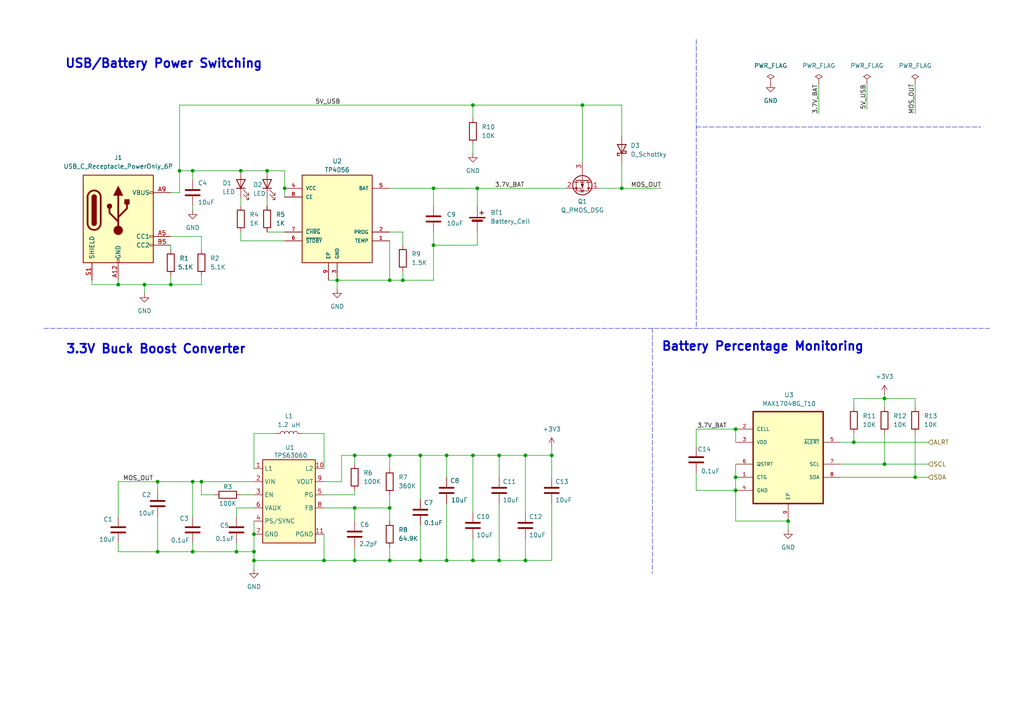
<source format=kicad_sch>
(kicad_sch (version 20231120) (generator "eeschema") (generator_version "8.0")
  (paper "A4")
  (lib_symbols
    (symbol "Connector:USB_C_Receptacle_PowerOnly_6P" (pin_names (offset 1.016))
      (property "Reference" "J" (at 0 16.51 0))
      (property "Value" "USB_C_Receptacle_PowerOnly_6P" (at 0 13.97 0))
      (symbol "USB_C_Receptacle_PowerOnly_6P_0_0"
        (rectangle (start -0.254 -12.7) (end 0.254 -11.684))
        (rectangle (start 10.16 -7.366) (end 9.144 -7.874))
        (rectangle (start 10.16 -4.826) (end 9.144 -5.334))
        (rectangle (start 10.16 7.874) (end 9.144 7.366))
      )
      (symbol "USB_C_Receptacle_PowerOnly_6P_0_1"
        (rectangle (start -10.16 12.7) (end 10.16 -12.7) (stroke (width 0.254)) (fill (type background)))
        (arc (start -8.89 -1.27) (mid -6.985 -3.1667) (end -5.08 -1.27) (stroke (width 0.508)))
        (arc (start -7.62 -1.27) (mid -6.985 -1.9023) (end -6.35 -1.27) (stroke (width 0.254)))
        (arc (start -7.62 -1.27) (mid -6.985 -1.9023) (end -6.35 -1.27) (stroke (width 0.254)) (fill (type outline)))
        (rectangle (start -7.62 -1.27) (end -6.35 6.35) (stroke (width 0.254)) (fill (type outline)))
        (arc (start -6.35 6.35) (mid -6.985 6.9823) (end -7.62 6.35) (stroke (width 0.254)))
        (arc (start -6.35 6.35) (mid -6.985 6.9823) (end -7.62 6.35) (stroke (width 0.254)) (fill (type outline)))
        (arc (start -5.08 6.35) (mid -6.985 8.2467) (end -8.89 6.35) (stroke (width 0.508)))
        (circle (center -2.54 3.683) (radius 0.635) (stroke (width 0.254)) (fill (type outline)))
        (circle (center 0 -3.302) (radius 1.27) (fill (type outline)))
        (polyline (pts (xy -8.89 -1.27) (xy -8.89 6.35)) (stroke (width 0.508)))
        (polyline (pts (xy -5.08 6.35) (xy -5.08 -1.27)) (stroke (width 0.508)))
        (polyline (pts (xy 0 -3.302) (xy 0 6.858)) (stroke (width 0.508)))
        (polyline (pts (xy 0 -0.762) (xy -2.54 1.778) (xy -2.54 3.048)) (stroke (width 0.508)))
        (polyline (pts (xy 0 0.508) (xy 2.54 3.048) (xy 2.54 4.318)) (stroke (width 0.508)))
        (polyline (pts (xy -1.27 6.858) (xy 0 9.398) (xy 1.27 6.858) (xy -1.27 6.858)) (stroke (width 0.254)) (fill (type outline)))
        (rectangle (start 1.905 4.318) (end 3.175 5.588) (stroke (width 0.254)) (fill (type outline)))
      )
      (symbol "USB_C_Receptacle_PowerOnly_6P_1_1"
        (pin passive line (at 0 -17.78 90) (length 5.08) (name "GND") (number "A12"))
        (pin bidirectional line (at 15.24 -5.08 180) (length 5.08) (name "CC1") (number "A5"))
        (pin passive line (at 15.24 7.62 180) (length 5.08) (name "VBUS") (number "A9"))
        (pin passive line (at 0 -17.78 90) (length 5.08) hide (name "GND") (number "B12"))
        (pin bidirectional line (at 15.24 -7.62 180) (length 5.08) (name "CC2") (number "B5"))
        (pin passive line (at 15.24 7.62 180) (length 5.08) hide (name "VBUS") (number "B9"))
        (pin passive line (at -7.62 -17.78 90) (length 5.08) (name "SHIELD") (number "S1"))
      )
    )
    (symbol "Device:Battery_Cell" (pin_numbers hide) (pin_names (offset 0) hide)
      (property "Reference" "BT" (at 2.54 2.54 0))
      (property "Value" "Battery_Cell" (at 2.54 0 0))
      (symbol "Battery_Cell_0_1"
        (rectangle (start -2.286 1.778) (end 2.286 1.524) (fill (type outline)))
        (rectangle (start -1.524 1.016) (end 1.524 0.508) (fill (type outline)))
        (polyline (pts (xy 0 0.762) (xy 0 0)))
        (polyline (pts (xy 0 1.778) (xy 0 2.54)))
        (polyline (pts (xy 0.762 3.048) (xy 1.778 3.048)) (stroke (width 0.254)))
        (polyline (pts (xy 1.27 3.556) (xy 1.27 2.54)) (stroke (width 0.254)))
      )
      (symbol "Battery_Cell_1_1"
        (pin passive line (at 0 5.08 270) (length 2.54) (name "+") (number "1"))
        (pin passive line (at 0 -2.54 90) (length 2.54) (name "-") (number "2"))
      )
    )
    (symbol "Device:C" (pin_numbers hide) (pin_names (offset 0.254))
      (property "Reference" "C" (at 0.635 2.54 0))
      (property "Value" "C" (at 0.635 -2.54 0))
      (symbol "C_0_1"
        (polyline (pts (xy -2.032 -0.762) (xy 2.032 -0.762)) (stroke (width 0.508)))
        (polyline (pts (xy -2.032 0.762) (xy 2.032 0.762)) (stroke (width 0.508)))
      )
      (symbol "C_1_1"
        (pin passive line (at 0 3.81 270) (length 2.794) (name "~") (number "1"))
        (pin passive line (at 0 -3.81 90) (length 2.794) (name "~") (number "2"))
      )
    )
    (symbol "Device:D_Schottky" (pin_numbers hide) (pin_names (offset 1.016) hide)
      (property "Reference" "D" (at 0 2.54 0))
      (property "Value" "D_Schottky" (at 0 -2.54 0))
      (symbol "D_Schottky_0_1"
        (polyline (pts (xy 1.27 0) (xy -1.27 0)))
        (polyline (pts (xy 1.27 1.27) (xy 1.27 -1.27) (xy -1.27 0) (xy 1.27 1.27)) (stroke (width 0.254)))
        (polyline (pts (xy -1.905 0.635) (xy -1.905 1.27) (xy -1.27 1.27) (xy -1.27 -1.27) (xy -0.635 -1.27) (xy -0.635 -0.635)) (stroke (width 0.254)))
      )
      (symbol "D_Schottky_1_1"
        (pin passive line (at -3.81 0 0) (length 2.54) (name "K") (number "1"))
        (pin passive line (at 3.81 0 180) (length 2.54) (name "A") (number "2"))
      )
    )
    (symbol "Device:L" (pin_numbers hide) (pin_names (offset 1.016) hide)
      (property "Reference" "L" (at -1.27 0 90))
      (property "Value" "L" (at 1.905 0 90))
      (symbol "L_0_1"
        (arc (start 0 -2.54) (mid 0.6323 -1.905) (end 0 -1.27))
        (arc (start 0 -1.27) (mid 0.6323 -0.635) (end 0 0))
        (arc (start 0 0) (mid 0.6323 0.635) (end 0 1.27))
        (arc (start 0 1.27) (mid 0.6323 1.905) (end 0 2.54))
      )
      (symbol "L_1_1"
        (pin passive line (at 0 3.81 270) (length 1.27) (name "1") (number "1"))
        (pin passive line (at 0 -3.81 90) (length 1.27) (name "2") (number "2"))
      )
    )
    (symbol "Device:LED" (pin_numbers hide) (pin_names (offset 1.016) hide)
      (property "Reference" "D" (at 0 2.54 0))
      (property "Value" "LED" (at 0 -2.54 0))
      (symbol "LED_0_1"
        (polyline (pts (xy -1.27 -1.27) (xy -1.27 1.27)) (stroke (width 0.254)))
        (polyline (pts (xy -1.27 0) (xy 1.27 0)))
        (polyline (pts (xy 1.27 -1.27) (xy 1.27 1.27) (xy -1.27 0) (xy 1.27 -1.27)) (stroke (width 0.254)))
        (polyline (pts (xy -3.048 -0.762) (xy -4.572 -2.286) (xy -3.81 -2.286) (xy -4.572 -2.286) (xy -4.572 -1.524)))
        (polyline (pts (xy -1.778 -0.762) (xy -3.302 -2.286) (xy -2.54 -2.286) (xy -3.302 -2.286) (xy -3.302 -1.524)))
      )
      (symbol "LED_1_1"
        (pin passive line (at -3.81 0 0) (length 2.54) (name "K") (number "1"))
        (pin passive line (at 3.81 0 180) (length 2.54) (name "A") (number "2"))
      )
    )
    (symbol "Device:Q_PMOS_DSG" (pin_names (offset 0) hide)
      (property "Reference" "Q" (at 5.08 1.27 0))
      (property "Value" "Q_PMOS_DSG" (at 5.08 -1.27 0))
      (symbol "Q_PMOS_DSG_0_1"
        (polyline (pts (xy 0.254 0) (xy -2.54 0)))
        (polyline (pts (xy 0.254 1.905) (xy 0.254 -1.905)) (stroke (width 0.254)))
        (polyline (pts (xy 0.762 -1.27) (xy 0.762 -2.286)) (stroke (width 0.254)))
        (polyline (pts (xy 0.762 0.508) (xy 0.762 -0.508)) (stroke (width 0.254)))
        (polyline (pts (xy 0.762 2.286) (xy 0.762 1.27)) (stroke (width 0.254)))
        (polyline (pts (xy 2.54 2.54) (xy 2.54 1.778)))
        (polyline (pts (xy 2.54 -2.54) (xy 2.54 0) (xy 0.762 0)))
        (polyline (pts (xy 0.762 1.778) (xy 3.302 1.778) (xy 3.302 -1.778) (xy 0.762 -1.778)))
        (polyline (pts (xy 2.286 0) (xy 1.27 0.381) (xy 1.27 -0.381) (xy 2.286 0)) (fill (type outline)))
        (polyline (pts (xy 2.794 -0.508) (xy 2.921 -0.381) (xy 3.683 -0.381) (xy 3.81 -0.254)))
        (polyline (pts (xy 3.302 -0.381) (xy 2.921 0.254) (xy 3.683 0.254) (xy 3.302 -0.381)))
        (circle (center 1.651 0) (radius 2.794) (stroke (width 0.254)))
        (circle (center 2.54 -1.778) (radius 0.254) (fill (type outline)))
        (circle (center 2.54 1.778) (radius 0.254) (fill (type outline)))
      )
      (symbol "Q_PMOS_DSG_1_1"
        (pin passive line (at 2.54 5.08 270) (length 2.54) (name "D") (number "1"))
        (pin passive line (at 2.54 -5.08 90) (length 2.54) (name "S") (number "2"))
        (pin input line (at -5.08 0 0) (length 2.54) (name "G") (number "3"))
      )
    )
    (symbol "Device:R" (pin_numbers hide) (pin_names (offset 0))
      (property "Reference" "R" (at 2.032 0 90))
      (property "Value" "R" (at 0 0 90))
      (symbol "R_0_1"
        (rectangle (start -1.016 -2.54) (end 1.016 2.54) (stroke (width 0.254)))
      )
      (symbol "R_1_1"
        (pin passive line (at 0 3.81 270) (length 1.27) (name "~") (number "1"))
        (pin passive line (at 0 -3.81 90) (length 1.27) (name "~") (number "2"))
      )
    )
    (symbol "MAX17048G_T10:MAX17048G_T10" (pin_names (offset 1.016))
      (property "Reference" "U3" (at 0.254 4.826 0))
      (property "Value" "MAX17048G_T10" (at 0.254 2.286 0))
      (symbol "MAX17048G_T10_0_0"
        (rectangle (start -10.16 0) (end 10.16 -26.67) (stroke (width 0.41)) (fill (type background)))
        (pin power_in line (at -15.24 -19.05 0) (length 5.08) (name "CTG") (number "1"))
        (pin power_in line (at -15.24 -5.08 0) (length 5.08) (name "CELL") (number "2"))
        (pin power_in line (at -15.24 -8.89 0) (length 5.08) (name "VDD") (number "3"))
        (pin power_in line (at -15.24 -22.86 0) (length 5.08) (name "GND") (number "4"))
        (pin output line (at 15.24 -8.89 180) (length 5.08) (name "~{ALERT}") (number "5"))
        (pin input line (at -15.24 -15.24 0) (length 5.08) (name "QSTRT") (number "6"))
        (pin input line (at 15.24 -15.24 180) (length 5.08) (name "SCL") (number "7"))
        (pin bidirectional line (at 15.24 -19.05 180) (length 5.08) (name "SDA") (number "8"))
        (pin power_in line (at 0 -31.75 90) (length 5.08) (name "EP") (number "9"))
      )
    )
    (symbol "Regulator_Switching:TPS63060"
      (property "Reference" "U?" (at 0.254 14.986 0))
      (property "Value" "TPS63060" (at 0.508 12.7 0))
      (symbol "TPS63060_0_1"
        (rectangle (start -7.62 11.43) (end 7.62 -12.7) (stroke (width 0.254)) (fill (type background)))
      )
      (symbol "TPS63060_1_1"
        (pin input line (at -10.16 8.89 0) (length 2.54) (name "L1") (number "1"))
        (pin input line (at 10.16 8.89 180) (length 2.54) (name "L2") (number "10"))
        (pin power_in line (at 10.16 -10.16 180) (length 2.54) (name "PGND") (number "11"))
        (pin power_in line (at -10.16 5.08 0) (length 2.54) (name "VIN") (number "2"))
        (pin input line (at -10.16 1.27 0) (length 2.54) (name "EN") (number "3"))
        (pin input line (at -10.16 -6.35 0) (length 2.54) (name "PS/SYNC") (number "4"))
        (pin output line (at 10.16 1.27 180) (length 2.54) (name "PG") (number "5"))
        (pin passive line (at -10.16 -2.54 0) (length 2.54) (name "VAUX") (number "6"))
        (pin power_in line (at -10.16 -10.16 0) (length 2.54) (name "GND") (number "7"))
        (pin input line (at 10.16 -2.54 180) (length 2.54) (name "FB") (number "8"))
        (pin power_out line (at 10.16 5.08 180) (length 2.54) (name "VOUT") (number "9"))
      )
    )
    (symbol "TP4056:TP4056" (pin_names (offset 1.016))
      (property "Reference" "U?" (at 0 17.78 0))
      (property "Value" "TP4056" (at 0 15.24 0))
      (symbol "TP4056_0_0"
        (rectangle (start -10.16 12.7) (end 10.16 -12.7) (stroke (width 0.254)) (fill (type background)))
        (pin input line (at 15.24 -6.35 180) (length 5.08) (name "TEMP") (number "1"))
        (pin bidirectional line (at 15.24 -3.81 180) (length 5.08) (name "PROG") (number "2"))
        (pin power_in line (at 0 -17.78 90) (length 5.08) (name "GND") (number "3"))
        (pin power_in line (at -15.24 8.89 0) (length 5.08) (name "VCC") (number "4"))
        (pin output line (at 15.24 8.89 180) (length 5.08) (name "BAT") (number "5"))
        (pin output line (at -15.24 -6.35 0) (length 5.08) (name "~{STDBY}") (number "6"))
        (pin output line (at -15.24 -3.81 0) (length 5.08) (name "~{CHRG}") (number "7"))
        (pin input line (at -15.24 6.35 0) (length 5.08) (name "CE") (number "8"))
        (pin passive line (at -2.54 -17.78 90) (length 5.08) (name "EP") (number "9"))
      )
    )
    (symbol "power:+3V3" (power) (pin_numbers hide) (pin_names (offset 0) hide)
      (property "Value" "+3V3" (at 0 3.556 0))
      (symbol "+3V3_0_1"
        (polyline (pts (xy -0.762 1.27) (xy 0 2.54)))
        (polyline (pts (xy 0 0) (xy 0 2.54)))
        (polyline (pts (xy 0 2.54) (xy 0.762 1.27)))
      )
      (symbol "+3V3_1_1"
        (pin power_in line (at 0 0 90) (length 0) (name "~") (number "1"))
      )
    )
    (symbol "power:GND" (power) (pin_numbers hide) (pin_names (offset 0) hide)
      (property "Value" "GND" (at 0 -3.81 0))
      (symbol "GND_0_1"
        (polyline (pts (xy 0 0) (xy 0 -1.27) (xy 1.27 -1.27) (xy 0 -2.54) (xy -1.27 -1.27) (xy 0 -1.27)))
      )
      (symbol "GND_1_1"
        (pin power_in line (at 0 0 270) (length 0) (name "~") (number "1"))
      )
    )
    (symbol "power:PWR_FLAG" (power) (pin_numbers hide) (pin_names (offset 0) hide)
      (property "Value" "PWR_FLAG" (at 0 3.81 0))
      (symbol "PWR_FLAG_0_0"
        (pin power_out line (at 0 0 90) (length 0) (name "~") (number "1"))
      )
      (symbol "PWR_FLAG_0_1"
        (polyline (pts (xy 0 0) (xy 0 1.27) (xy -1.016 1.905) (xy 0 2.54) (xy 1.016 1.905) (xy 0 1.27)))
      )
    )
  )
  (junction (at 213.36 142.24))
  (junction (at 152.4 162.56))
  (junction (at 49.53 82.55))
  (junction (at 55.88 139.7))
  (junction (at 152.4 132.08))
  (junction (at 144.78 132.08))
  (junction (at 144.78 162.56))
  (junction (at 93.98 162.56))
  (junction (at 180.34 54.61))
  (junction (at 34.29 82.55))
  (junction (at 68.58 160.02))
  (junction (at 168.91 30.48))
  (junction (at 213.36 124.46))
  (junction (at 55.88 160.02))
  (junction (at 256.54 134.62))
  (junction (at 58.42 139.7))
  (junction (at 82.55 54.61))
  (junction (at 73.66 160.02))
  (junction (at 41.91 82.55))
  (junction (at 77.47 49.53))
  (junction (at 121.92 132.08))
  (junction (at 102.87 132.08))
  (junction (at 97.79 81.28))
  (junction (at 45.72 139.7))
  (junction (at 102.87 147.32))
  (junction (at 129.54 162.56))
  (junction (at 137.16 30.48))
  (junction (at 116.84 81.28))
  (junction (at 228.6 151.13))
  (junction (at 69.85 49.53))
  (junction (at 121.92 162.56))
  (junction (at 73.66 154.94))
  (junction (at 73.66 162.56))
  (junction (at 247.65 128.27))
  (junction (at 160.02 132.08))
  (junction (at 213.36 138.43))
  (junction (at 113.03 81.28))
  (junction (at 129.54 132.08))
  (junction (at 45.72 160.02))
  (junction (at 113.03 132.08))
  (junction (at 137.16 162.56))
  (junction (at 113.03 147.32))
  (junction (at 125.73 71.12))
  (junction (at 138.43 54.61))
  (junction (at 52.07 49.53))
  (junction (at 125.73 54.61))
  (junction (at 55.88 49.53))
  (junction (at 137.16 132.08))
  (junction (at 102.87 162.56))
  (junction (at 265.43 138.43))
  (junction (at 256.54 115.57))
  (junction (at 113.03 162.56))
  (wire (pts (xy 45.72 139.7) (xy 55.88 139.7)))
  (wire (pts (xy 52.07 49.53) (xy 55.88 49.53)))
  (wire (pts (xy 95.25 81.28) (xy 97.79 81.28)))
  (wire (pts (xy 228.6 151.13) (xy 228.6 153.67)))
  (wire (pts (xy 26.67 82.55) (xy 34.29 82.55)))
  (polyline (pts (xy 189.23 95.25) (xy 189.23 166.37)) (stroke (width 0.127) (type dash)))
  (wire (pts (xy 256.54 115.57) (xy 256.54 118.11)))
  (wire (pts (xy 82.55 49.53) (xy 77.47 49.53)))
  (wire (pts (xy 160.02 146.05) (xy 160.02 162.56)))
  (wire (pts (xy 251.46 31.75) (xy 251.46 24.13)))
  (wire (pts (xy 121.92 132.08) (xy 129.54 132.08)))
  (wire (pts (xy 137.16 162.56) (xy 144.78 162.56)))
  (wire (pts (xy 129.54 146.05) (xy 129.54 162.56)))
  (wire (pts (xy 49.53 71.12) (xy 49.53 72.39)))
  (wire (pts (xy 97.79 81.28) (xy 97.79 83.82)))
  (wire (pts (xy 180.34 30.48) (xy 180.34 39.37)))
  (wire (pts (xy 137.16 41.91) (xy 137.16 44.45)))
  (wire (pts (xy 93.98 125.73) (xy 93.98 135.89)))
  (wire (pts (xy 129.54 162.56) (xy 137.16 162.56)))
  (wire (pts (xy 82.55 54.61) (xy 82.55 57.15)))
  (wire (pts (xy 129.54 132.08) (xy 129.54 138.43)))
  (wire (pts (xy 99.06 132.08) (xy 102.87 132.08)))
  (wire (pts (xy 137.16 30.48) (xy 137.16 34.29)))
  (wire (pts (xy 69.85 49.53) (xy 77.47 49.53)))
  (wire (pts (xy 265.43 115.57) (xy 265.43 118.11)))
  (wire (pts (xy 93.98 154.94) (xy 93.98 162.56)))
  (wire (pts (xy 73.66 151.13) (xy 73.66 154.94)))
  (wire (pts (xy 55.88 49.53) (xy 55.88 52.07)))
  (wire (pts (xy 102.87 158.75) (xy 102.87 162.56)))
  (wire (pts (xy 55.88 139.7) (xy 58.42 139.7)))
  (wire (pts (xy 116.84 81.28) (xy 113.03 81.28)))
  (wire (pts (xy 152.4 162.56) (xy 160.02 162.56)))
  (wire (pts (xy 243.84 128.27) (xy 247.65 128.27)))
  (wire (pts (xy 243.84 138.43) (xy 265.43 138.43)))
  (wire (pts (xy 69.85 143.51) (xy 73.66 143.51)))
  (wire (pts (xy 247.65 115.57) (xy 256.54 115.57)))
  (wire (pts (xy 113.03 162.56) (xy 121.92 162.56)))
  (wire (pts (xy 168.91 30.48) (xy 180.34 30.48)))
  (polyline (pts (xy 205.74 95.25) (xy 287.02 95.25)) (stroke (width 0.127) (type dash)))
  (wire (pts (xy 41.91 82.55) (xy 34.29 82.55)))
  (wire (pts (xy 45.72 160.02) (xy 55.88 160.02)))
  (wire (pts (xy 160.02 132.08) (xy 160.02 138.43)))
  (wire (pts (xy 55.88 139.7) (xy 55.88 149.86)))
  (wire (pts (xy 125.73 67.31) (xy 125.73 71.12)))
  (wire (pts (xy 201.93 124.46) (xy 213.36 124.46)))
  (wire (pts (xy 68.58 147.32) (xy 73.66 147.32)))
  (wire (pts (xy 68.58 149.86) (xy 68.58 147.32)))
  (wire (pts (xy 69.85 67.31) (xy 69.85 69.85)))
  (wire (pts (xy 191.77 54.61) (xy 180.34 54.61)))
  (wire (pts (xy 55.88 160.02) (xy 68.58 160.02)))
  (wire (pts (xy 180.34 46.99) (xy 180.34 54.61)))
  (wire (pts (xy 256.54 114.3) (xy 256.54 115.57)))
  (wire (pts (xy 97.79 81.28) (xy 113.03 81.28)))
  (wire (pts (xy 82.55 49.53) (xy 82.55 54.61)))
  (wire (pts (xy 173.99 54.61) (xy 180.34 54.61)))
  (wire (pts (xy 237.49 33.02) (xy 237.49 24.13)))
  (wire (pts (xy 247.65 128.27) (xy 269.24 128.27)))
  (wire (pts (xy 26.67 82.55) (xy 26.67 81.28)))
  (wire (pts (xy 256.54 134.62) (xy 269.24 134.62)))
  (wire (pts (xy 152.4 132.08) (xy 160.02 132.08)))
  (wire (pts (xy 77.47 57.15) (xy 77.47 59.69)))
  (wire (pts (xy 52.07 55.88) (xy 52.07 49.53)))
  (wire (pts (xy 55.88 49.53) (xy 69.85 49.53)))
  (wire (pts (xy 99.06 139.7) (xy 99.06 132.08)))
  (wire (pts (xy 58.42 139.7) (xy 73.66 139.7)))
  (wire (pts (xy 138.43 67.31) (xy 138.43 71.12)))
  (wire (pts (xy 45.72 139.7) (xy 45.72 142.24)))
  (wire (pts (xy 73.66 154.94) (xy 73.66 160.02)))
  (wire (pts (xy 93.98 143.51) (xy 102.87 143.51)))
  (wire (pts (xy 152.4 162.56) (xy 152.4 156.21)))
  (wire (pts (xy 201.93 142.24) (xy 213.36 142.24)))
  (wire (pts (xy 137.16 30.48) (xy 168.91 30.48)))
  (wire (pts (xy 201.93 137.16) (xy 201.93 142.24)))
  (polyline (pts (xy 201.93 11.43) (xy 201.93 95.25)) (stroke (width 0.127) (type dash)))
  (wire (pts (xy 213.36 142.24) (xy 213.36 151.13)))
  (wire (pts (xy 213.36 138.43) (xy 213.36 142.24)))
  (wire (pts (xy 152.4 132.08) (xy 152.4 148.59)))
  (wire (pts (xy 213.36 151.13) (xy 228.6 151.13)))
  (wire (pts (xy 73.66 160.02) (xy 73.66 162.56)))
  (wire (pts (xy 93.98 147.32) (xy 102.87 147.32)))
  (wire (pts (xy 49.53 68.58) (xy 58.42 68.58)))
  (wire (pts (xy 58.42 68.58) (xy 58.42 72.39)))
  (wire (pts (xy 113.03 54.61) (xy 125.73 54.61)))
  (wire (pts (xy 129.54 132.08) (xy 137.16 132.08)))
  (wire (pts (xy 34.29 160.02) (xy 45.72 160.02)))
  (wire (pts (xy 116.84 78.74) (xy 116.84 81.28)))
  (wire (pts (xy 113.03 143.51) (xy 113.03 147.32)))
  (wire (pts (xy 113.03 69.85) (xy 113.03 81.28)))
  (wire (pts (xy 144.78 132.08) (xy 144.78 138.43)))
  (wire (pts (xy 55.88 59.69) (xy 55.88 60.96)))
  (wire (pts (xy 69.85 57.15) (xy 69.85 59.69)))
  (wire (pts (xy 55.88 157.48) (xy 55.88 160.02)))
  (wire (pts (xy 73.66 125.73) (xy 73.66 135.89)))
  (wire (pts (xy 102.87 143.51) (xy 102.87 142.24)))
  (wire (pts (xy 113.03 67.31) (xy 116.84 67.31)))
  (wire (pts (xy 58.42 143.51) (xy 58.42 139.7)))
  (wire (pts (xy 116.84 67.31) (xy 116.84 71.12)))
  (polyline (pts (xy 203.2 95.25) (xy 205.74 95.25)) (stroke (width 0.127) (type dash)))
  (wire (pts (xy 113.03 132.08) (xy 113.03 135.89)))
  (wire (pts (xy 160.02 129.54) (xy 160.02 132.08)))
  (wire (pts (xy 138.43 54.61) (xy 138.43 59.69)))
  (wire (pts (xy 34.29 139.7) (xy 45.72 139.7)))
  (wire (pts (xy 73.66 162.56) (xy 73.66 165.1)))
  (wire (pts (xy 77.47 67.31) (xy 82.55 67.31)))
  (wire (pts (xy 138.43 71.12) (xy 125.73 71.12)))
  (wire (pts (xy 58.42 80.01) (xy 58.42 82.55)))
  (wire (pts (xy 213.36 134.62) (xy 213.36 138.43)))
  (wire (pts (xy 213.36 124.46) (xy 213.36 128.27)))
  (wire (pts (xy 69.85 69.85) (xy 82.55 69.85)))
  (wire (pts (xy 265.43 33.02) (xy 265.43 24.13)))
  (wire (pts (xy 121.92 162.56) (xy 121.92 152.4)))
  (wire (pts (xy 256.54 115.57) (xy 265.43 115.57)))
  (wire (pts (xy 102.87 147.32) (xy 113.03 147.32)))
  (wire (pts (xy 68.58 157.48) (xy 68.58 160.02)))
  (wire (pts (xy 243.84 134.62) (xy 256.54 134.62)))
  (wire (pts (xy 137.16 132.08) (xy 144.78 132.08)))
  (wire (pts (xy 62.23 143.51) (xy 58.42 143.51)))
  (wire (pts (xy 113.03 158.75) (xy 113.03 162.56)))
  (wire (pts (xy 41.91 85.09) (xy 41.91 82.55)))
  (wire (pts (xy 52.07 49.53) (xy 52.07 30.48)))
  (wire (pts (xy 49.53 55.88) (xy 52.07 55.88)))
  (wire (pts (xy 144.78 146.05) (xy 144.78 162.56)))
  (wire (pts (xy 102.87 132.08) (xy 113.03 132.08)))
  (wire (pts (xy 247.65 128.27) (xy 247.65 125.73)))
  (wire (pts (xy 168.91 30.48) (xy 168.91 46.99)))
  (wire (pts (xy 125.73 54.61) (xy 138.43 54.61)))
  (wire (pts (xy 201.93 124.46) (xy 201.93 129.54)))
  (polyline (pts (xy 12.7 95.25) (xy 203.2 95.25)) (stroke (width 0.127) (type dash)))
  (wire (pts (xy 102.87 162.56) (xy 93.98 162.56)))
  (wire (pts (xy 265.43 138.43) (xy 269.24 138.43)))
  (wire (pts (xy 93.98 162.56) (xy 73.66 162.56)))
  (wire (pts (xy 93.98 139.7) (xy 99.06 139.7)))
  (wire (pts (xy 45.72 149.86) (xy 45.72 160.02)))
  (wire (pts (xy 144.78 132.08) (xy 152.4 132.08)))
  (wire (pts (xy 125.73 71.12) (xy 125.73 81.28)))
  (wire (pts (xy 121.92 162.56) (xy 129.54 162.56)))
  (wire (pts (xy 87.63 125.73) (xy 93.98 125.73)))
  (wire (pts (xy 52.07 30.48) (xy 137.16 30.48)))
  (wire (pts (xy 125.73 81.28) (xy 116.84 81.28)))
  (wire (pts (xy 137.16 156.21) (xy 137.16 162.56)))
  (wire (pts (xy 144.78 162.56) (xy 152.4 162.56)))
  (wire (pts (xy 256.54 125.73) (xy 256.54 134.62)))
  (wire (pts (xy 49.53 82.55) (xy 41.91 82.55)))
  (wire (pts (xy 49.53 80.01) (xy 49.53 82.55)))
  (wire (pts (xy 68.58 160.02) (xy 73.66 160.02)))
  (polyline (pts (xy 201.93 36.83) (xy 284.48 36.83)) (stroke (width 0.127) (type dash)))
  (wire (pts (xy 113.03 132.08) (xy 121.92 132.08)))
  (wire (pts (xy 102.87 147.32) (xy 102.87 151.13)))
  (wire (pts (xy 34.29 157.48) (xy 34.29 160.02)))
  (wire (pts (xy 137.16 132.08) (xy 137.16 148.59)))
  (wire (pts (xy 80.01 125.73) (xy 73.66 125.73)))
  (wire (pts (xy 125.73 54.61) (xy 125.73 59.69)))
  (wire (pts (xy 102.87 132.08) (xy 102.87 134.62)))
  (wire (pts (xy 49.53 82.55) (xy 58.42 82.55)))
  (wire (pts (xy 113.03 162.56) (xy 102.87 162.56)))
  (wire (pts (xy 265.43 138.43) (xy 265.43 125.73)))
  (wire (pts (xy 34.29 139.7) (xy 34.29 149.86)))
  (wire (pts (xy 34.29 81.28) (xy 34.29 82.55)))
  (wire (pts (xy 121.92 132.08) (xy 121.92 144.78)))
  (wire (pts (xy 247.65 118.11) (xy 247.65 115.57)))
  (wire (pts (xy 113.03 147.32) (xy 113.03 151.13)))
  (wire (pts (xy 138.43 54.61) (xy 163.83 54.61)))
  (text "USB/Battery Power Switching" (at 47.498 18.542 0) (effects (font (size 2.54 2.54) (thickness 0.508) (bold yes))))
  (text "Battery Percentage Monitoring" (at 221.234 100.584 0) (effects (font (size 2.54 2.54) (thickness 0.508) (bold yes))))
  (text "3.3V Buck Boost Converter\n" (at 45.212 101.346 0) (effects (font (size 2.54 2.54) (thickness 0.508) (bold yes))))
  (label "5V_USB" (at 91.44 30.48 0))
  (label "MOS_OUT" (at 191.77 54.61 180))
  (label "3.7V_BAT" (at 210.82 124.46 180))
  (label "3.7V_BAT" (at 237.49 33.02 90))
  (label "MOS_OUT" (at 44.45 139.7 180))
  (label "MOS_OUT" (at 265.43 33.02 90))
  (label "5V_USB" (at 251.46 31.75 90))
  (label "3.7V_BAT" (at 143.51 54.61 0))
  (hierarchical_label "SDA" (shape input) (at 269.24 138.43 0))
  (hierarchical_label "ALRT" (shape input) (at 269.24 128.27 0))
  (hierarchical_label "SCL" (shape input) (at 269.24 134.62 0))
  (symbol (lib_id "Regulator_Switching:TPS63060") (at 83.82 144.78 0) (unit 1)
    (property "Reference" "U1" (at 84.074 129.794 0))
    (property "Value" "TPS63060" (at 84.328 132.08 0))
    (property "Footprint" "Package_SON:Texas_S-PWSON-N10_ThermalVias" (effects (hide yes)))
    (property "Datasheet" "http://www.ti.com/lit/ds/symlink/tps63060.pdf" (effects (hide yes)))
    (property "Description" "Buck-Boost Converter, 2.5-12V Input Voltage, 2-A Switch Current, Adjustable 2.5-8V Output Voltage, S-PWSON-N10" (effects (hide yes)))
  )
  (symbol (lib_id "Connector:USB_C_Receptacle_PowerOnly_6P") (at 34.29 63.5 0) (unit 1)
    (property "Reference" "J1" (at 34.29 45.72 0))
    (property "Value" "USB_C_Receptacle_PowerOnly_6P" (at 34.29 48.26 0))
    (property "Datasheet" "https://www.usb.org/sites/default/files/documents/usb_type-c.zip" (effects (hide yes)))
    (property "Description" "USB Power-Only 6P Type-C Receptacle connector" (effects (hide yes)))
  )
  (symbol (lib_id "power:+3V3") (at 160.02 129.54 0) (unit 1)
    (property "Reference" "#PWR06" (effects (hide yes)))
    (property "Value" "+3V3" (at 160.02 124.46 0))
    (property "Description" "Power symbol creates a global label with name \"+3V3\"" (effects (hide yes)))
  )
  (symbol (lib_id "Device:R") (at 113.03 139.7 0) (unit 1)
    (property "Reference" "R7" (at 115.57 138.4299 0) (effects (justify left)))
    (property "Value" "360K" (at 115.57 140.9699 0) (effects (justify left)))
    (property "Description" "Resistor" (effects (hide yes)))
  )
  (symbol (lib_id "Device:L") (at 83.82 125.73 90) (unit 1)
    (property "Reference" "L1" (at 83.82 120.65 90))
    (property "Value" "1.2 uH" (at 83.82 123.19 90))
    (property "Description" "Inductor" (effects (hide yes)))
  )
  (symbol (lib_id "Device:C") (at 45.72 146.05 0) (unit 1)
    (property "Reference" "C2" (at 41.148 143.51 0) (effects (justify left)))
    (property "Value" "10uF" (at 40.132 148.844 0) (effects (justify left)))
    (property "Description" "Unpolarized capacitor" (effects (hide yes)))
  )
  (symbol (lib_id "power:GND") (at 73.66 165.1 0) (unit 1)
    (property "Reference" "#PWR03" (effects (hide yes)))
    (property "Value" "GND" (at 73.66 170.18 0))
    (property "Description" "Power symbol creates a global label with name \"GND\" , ground" (effects (hide yes)))
  )
  (symbol (lib_id "Device:C") (at 55.88 153.67 0) (unit 1)
    (property "Reference" "C3" (at 52.07 150.368 0) (effects (justify left)))
    (property "Value" "0.1uF" (at 49.53 156.718 0) (effects (justify left)))
    (property "Description" "Unpolarized capacitor" (effects (hide yes)))
  )
  (symbol (lib_id "power:GND") (at 41.91 85.09 0) (unit 1)
    (property "Reference" "#PWR01" (effects (hide yes)))
    (property "Value" "GND" (at 41.91 90.17 0))
    (property "Description" "Power symbol creates a global label with name \"GND\" , ground" (effects (hide yes)))
  )
  (symbol (lib_id "Device:C") (at 152.4 152.4 0) (unit 1)
    (property "Reference" "C12" (at 153.416 149.86 0) (effects (justify left)))
    (property "Value" "10uF" (at 153.416 155.194 0) (effects (justify left)))
    (property "Description" "Unpolarized capacitor" (effects (hide yes)))
  )
  (symbol (lib_id "Device:Battery_Cell") (at 138.43 64.77 0) (unit 1)
    (property "Reference" "BT1" (at 142.24 61.6584 0) (effects (justify left)))
    (property "Value" "Battery_Cell" (at 142.24 64.1984 0) (effects (justify left)))
    (property "Description" "Single-cell battery" (effects (hide yes)))
  )
  (symbol (lib_id "Device:R") (at 265.43 121.92 0) (unit 1)
    (property "Reference" "R13" (at 267.97 120.6499 0) (effects (justify left)))
    (property "Value" "10K" (at 267.97 123.1899 0) (effects (justify left)))
    (property "Description" "Resistor" (effects (hide yes)))
  )
  (symbol (lib_id "Device:C") (at 125.73 63.5 0) (unit 1)
    (property "Reference" "C9" (at 129.54 62.2299 0) (effects (justify left)))
    (property "Value" "10uF" (at 129.54 64.7699 0) (effects (justify left)))
    (property "Description" "Unpolarized capacitor" (effects (hide yes)))
  )
  (symbol (lib_id "Device:C") (at 121.92 148.59 0) (unit 1)
    (property "Reference" "C7" (at 122.936 145.796 0) (effects (justify left)))
    (property "Value" "0.1uF" (at 122.936 151.638 0) (effects (justify left)))
    (property "Description" "Unpolarized capacitor" (effects (hide yes)))
  )
  (symbol (lib_id "TP4056:TP4056") (at 97.79 63.5 0) (unit 1)
    (property "Reference" "U2" (at 97.79 46.736 0))
    (property "Value" "TP4056" (at 97.79 49.276 0))
    (property "Footprint" "TP4056:SOP127P600X175-9N" (effects (hide yes)))
    (property "MF" "NanJing Top Power ASIC Corp." (effects (hide yes)))
    (property "MAXIMUM_PACKAGE_HEIGHT" "1.75mm" (effects (hide yes)))
    (property "Package" "Package" (effects (hide yes)))
    (property "Price" "None" (effects (hide yes)))
    (property "Check_prices" "https://www.snapeda.com/parts/TP4056/NanJing+Top+Power+ASIC+Corp./view-part/?ref=eda" (effects (hide yes)))
    (property "STANDARD" "IPC 7351B" (effects (hide yes)))
    (property "SnapEDA_Link" "https://www.snapeda.com/parts/TP4056/NanJing+Top+Power+ASIC+Corp./view-part/?ref=snap" (effects (hide yes)))
    (property "MP" "TP4056" (effects (hide yes)))
    (property "Description_1" "\n                        \n                            Complete single cell Li-Ion battery with a constant current / constant voltage linear charger\n                        \n" (effects (hide yes)))
    (property "Availability" "Not in stock" (effects (hide yes)))
    (property "MANUFACTURER" "NanJing Top Power ASIC Corp." (effects (hide yes)))
  )
  (symbol (lib_id "Device:C") (at 129.54 142.24 0) (unit 1)
    (property "Reference" "C8" (at 130.556 139.446 0) (effects (justify left)))
    (property "Value" "10uF" (at 130.81 145.034 0) (effects (justify left)))
    (property "Description" "Unpolarized capacitor" (effects (hide yes)))
  )
  (symbol (lib_id "power:PWR_FLAG") (at 251.46 24.13 0) (unit 1)
    (property "Reference" "#FLG02" (effects (hide yes)))
    (property "Value" "PWR_FLAG" (at 251.46 19.05 0))
    (property "Description" "Special symbol for telling ERC where power comes from" (effects (hide yes)))
  )
  (symbol (lib_id "Device:R") (at 66.04 143.51 90) (unit 1)
    (property "Reference" "R3" (at 66.04 141.224 90))
    (property "Value" "100K" (at 66.04 146.05 90))
    (property "Description" "Resistor" (effects (hide yes)))
  )
  (symbol (lib_id "power:GND") (at 228.6 153.67 0) (unit 1)
    (property "Reference" "#PWR07" (effects (hide yes)))
    (property "Value" "GND" (at 228.6 158.75 0))
    (property "Description" "Power symbol creates a global label with name \"GND\" , ground" (effects (hide yes)))
  )
  (symbol (lib_id "Device:R") (at 58.42 76.2 180) (unit 1)
    (property "Reference" "R2" (at 60.96 74.9299 0) (effects (justify right)))
    (property "Value" "5.1K" (at 60.96 77.4699 0) (effects (justify right)))
    (property "Description" "Resistor" (effects (hide yes)))
  )
  (symbol (lib_id "power:+3V3") (at 256.54 114.3 0) (unit 1)
    (property "Reference" "#PWR09" (effects (hide yes)))
    (property "Value" "+3V3" (at 256.54 109.22 0))
    (property "Description" "Power symbol creates a global label with name \"+3V3\"" (effects (hide yes)))
  )
  (symbol (lib_id "Device:D_Schottky") (at 180.34 43.18 90) (unit 1)
    (property "Reference" "D3" (at 182.88 42.2274 90) (effects (justify right)))
    (property "Value" "D_Schottky" (at 182.88 44.7674 90) (effects (justify right)))
    (property "Description" "Schottky diode" (effects (hide yes)))
  )
  (symbol (lib_id "Device:R") (at 247.65 121.92 0) (unit 1)
    (property "Reference" "R11" (at 250.19 120.6499 0) (effects (justify left)))
    (property "Value" "10K" (at 250.19 123.1899 0) (effects (justify left)))
    (property "Description" "Resistor" (effects (hide yes)))
  )
  (symbol (lib_id "power:PWR_FLAG") (at 237.49 24.13 0) (unit 1)
    (property "Reference" "#FLG04" (effects (hide yes)))
    (property "Value" "PWR_FLAG" (at 237.49 19.05 0))
    (property "Description" "Special symbol for telling ERC where power comes from" (effects (hide yes)))
  )
  (symbol (lib_id "power:PWR_FLAG") (at 223.52 24.13 0) (unit 1)
    (property "Reference" "#FLG01" (effects (hide yes)))
    (property "Value" "PWR_FLAG" (at 223.52 19.05 0))
    (property "Description" "Special symbol for telling ERC where power comes from" (effects (hide yes)))
  )
  (symbol (lib_id "power:GND") (at 55.88 60.96 0) (mirror y) (unit 1)
    (property "Reference" "#PWR02" (effects (hide yes)))
    (property "Value" "GND" (at 55.88 66.04 0))
    (property "Description" "Power symbol creates a global label with name \"GND\" , ground" (effects (hide yes)))
  )
  (symbol (lib_id "power:GND") (at 137.16 44.45 0) (mirror y) (unit 1)
    (property "Reference" "#PWR05" (effects (hide yes)))
    (property "Value" "GND" (at 137.16 49.53 0))
    (property "Description" "Power symbol creates a global label with name \"GND\" , ground" (effects (hide yes)))
  )
  (symbol (lib_id "Device:R") (at 69.85 63.5 180) (unit 1)
    (property "Reference" "R4" (at 72.39 62.2299 0) (effects (justify right)))
    (property "Value" "1K" (at 72.39 64.7699 0) (effects (justify right)))
    (property "Description" "Resistor" (effects (hide yes)))
  )
  (symbol (lib_id "MAX17048G_T10:MAX17048G_T10") (at 228.6 119.38 0) (unit 1)
    (property "Reference" "U3" (at 228.854 114.554 0))
    (property "Value" "MAX17048G_T10" (at 228.854 117.094 0))
    (property "Footprint" "MAX17048G_T10:SON50P200X200X80-9N" (effects (hide yes)))
    (property "MF" "Analog Devices" (effects (hide yes)))
    (property "Description_1" "\n                        \n                            3µA 1-Cell/2-Cell Fuel Gauge with ModelGauge\n                        \n" (effects (hide yes)))
    (property "Package" "TDFN-8 Maxim" (effects (hide yes)))
    (property "Price" "None" (effects (hide yes)))
    (property "SnapEDA_Link" "https://www.snapeda.com/parts/MAX17048G+T10/Analog+Devices/view-part/?ref=snap" (effects (hide yes)))
    (property "MP" "MAX17048G+T10" (effects (hide yes)))
    (property "Availability" "In Stock" (effects (hide yes)))
    (property "Check_prices" "https://www.snapeda.com/parts/MAX17048G+T10/Analog+Devices/view-part/?ref=eda" (effects (hide yes)))
  )
  (symbol (lib_id "Device:LED") (at 69.85 53.34 90) (unit 1)
    (property "Reference" "D1" (at 64.516 53.086 90) (effects (justify right)))
    (property "Value" "LED" (at 64.516 55.626 90) (effects (justify right)))
    (property "Description" "Light emitting diode" (effects (hide yes)))
  )
  (symbol (lib_id "Device:R") (at 77.47 63.5 180) (unit 1)
    (property "Reference" "R5" (at 80.01 62.2299 0) (effects (justify right)))
    (property "Value" "1K" (at 80.01 64.7699 0) (effects (justify right)))
    (property "Description" "Resistor" (effects (hide yes)))
  )
  (symbol (lib_id "power:GND") (at 223.52 24.13 0) (unit 1)
    (property "Reference" "#PWR08" (effects (hide yes)))
    (property "Value" "GND" (at 223.52 29.21 0))
    (property "Description" "Power symbol creates a global label with name \"GND\" , ground" (effects (hide yes)))
  )
  (symbol (lib_id "Device:C") (at 201.93 133.35 0) (mirror y) (unit 1)
    (property "Reference" "C14" (at 206.248 130.302 0) (effects (justify left)))
    (property "Value" "0.1uF" (at 208.788 136.652 0) (effects (justify left)))
    (property "Description" "Unpolarized capacitor" (effects (hide yes)))
  )
  (symbol (lib_id "Device:R") (at 113.03 154.94 0) (unit 1)
    (property "Reference" "R8" (at 115.57 153.6699 0) (effects (justify left)))
    (property "Value" "64.9K" (at 115.57 156.2099 0) (effects (justify left)))
    (property "Description" "Resistor" (effects (hide yes)))
  )
  (symbol (lib_id "Device:Q_PMOS_DSG") (at 168.91 52.07 270) (unit 1)
    (property "Reference" "Q1" (at 168.91 58.42 90))
    (property "Value" "Q_PMOS_DSG" (at 168.91 60.96 90))
    (property "Description" "P-MOSFET transistor, drain/source/gate" (effects (hide yes)))
  )
  (symbol (lib_id "power:GND") (at 97.79 83.82 0) (mirror y) (unit 1)
    (property "Reference" "#PWR04" (effects (hide yes)))
    (property "Value" "GND" (at 97.79 88.9 0))
    (property "Description" "Power symbol creates a global label with name \"GND\" , ground" (effects (hide yes)))
  )
  (symbol (lib_id "Device:R") (at 49.53 76.2 180) (unit 1)
    (property "Reference" "R1" (at 52.07 74.9299 0) (effects (justify right)))
    (property "Value" "5.1K" (at 51.562 77.47 0) (effects (justify right)))
    (property "Description" "Resistor" (effects (hide yes)))
  )
  (symbol (lib_id "Device:C") (at 144.78 142.24 0) (unit 1)
    (property "Reference" "C11" (at 145.796 139.7 0) (effects (justify left)))
    (property "Value" "10uF" (at 145.796 145.034 0) (effects (justify left)))
    (property "Description" "Unpolarized capacitor" (effects (hide yes)))
  )
  (symbol (lib_id "Device:LED") (at 77.47 53.34 90) (unit 1)
    (property "Reference" "D2" (at 73.406 53.594 90) (effects (justify right)))
    (property "Value" "LED" (at 73.406 56.134 90) (effects (justify right)))
    (property "Description" "Light emitting diode" (effects (hide yes)))
  )
  (symbol (lib_id "Device:C") (at 55.88 55.88 0) (unit 1)
    (property "Reference" "C4" (at 57.404 53.086 0) (effects (justify left)))
    (property "Value" "10uF" (at 57.404 58.674 0) (effects (justify left)))
    (property "Description" "Unpolarized capacitor" (effects (hide yes)))
  )
  (symbol (lib_id "Device:R") (at 256.54 121.92 0) (unit 1)
    (property "Reference" "R12" (at 259.08 120.6499 0) (effects (justify left)))
    (property "Value" "10K" (at 259.08 123.1899 0) (effects (justify left)))
    (property "Description" "Resistor" (effects (hide yes)))
  )
  (symbol (lib_id "Device:R") (at 137.16 38.1 0) (unit 1)
    (property "Reference" "R10" (at 139.7 36.8299 0) (effects (justify left)))
    (property "Value" "10K" (at 139.7 39.3699 0) (effects (justify left)))
    (property "Description" "Resistor" (effects (hide yes)))
  )
  (symbol (lib_id "power:PWR_FLAG") (at 265.43 24.13 0) (unit 1)
    (property "Reference" "#FLG03" (effects (hide yes)))
    (property "Value" "PWR_FLAG" (at 265.43 19.05 0))
    (property "Description" "Special symbol for telling ERC where power comes from" (effects (hide yes)))
  )
  (symbol (lib_id "Device:R") (at 102.87 138.43 0) (unit 1)
    (property "Reference" "R6" (at 105.41 137.1599 0) (effects (justify left)))
    (property "Value" "100K" (at 105.41 139.6999 0) (effects (justify left)))
    (property "Description" "Resistor" (effects (hide yes)))
  )
  (symbol (lib_id "Device:C") (at 160.02 142.24 0) (unit 1)
    (property "Reference" "C13" (at 161.036 139.7 0) (effects (justify left)))
    (property "Value" "10uF" (at 161.036 145.034 0) (effects (justify left)))
    (property "Description" "Unpolarized capacitor" (effects (hide yes)))
  )
  (symbol (lib_id "Device:C") (at 68.58 153.67 0) (unit 1)
    (property "Reference" "C5" (at 63.754 152.4 0) (effects (justify left)))
    (property "Value" "0.1uF" (at 62.484 156.21 0) (effects (justify left)))
    (property "Description" "Unpolarized capacitor" (effects (hide yes)))
  )
  (symbol (lib_id "Device:C") (at 102.87 154.94 0) (unit 1)
    (property "Reference" "C6" (at 104.394 152.146 0) (effects (justify left)))
    (property "Value" "2.2pF" (at 104.14 157.734 0) (effects (justify left)))
    (property "Description" "Unpolarized capacitor" (effects (hide yes)))
  )
  (symbol (lib_id "Device:C") (at 34.29 153.67 0) (unit 1)
    (property "Reference" "C1" (at 29.972 150.622 0) (effects (justify left)))
    (property "Value" "10uF" (at 28.702 156.464 0) (effects (justify left)))
    (property "Description" "Unpolarized capacitor" (effects (hide yes)))
  )
  (symbol (lib_id "Device:C") (at 137.16 152.4 0) (unit 1)
    (property "Reference" "C10" (at 138.176 149.86 0) (effects (justify left)))
    (property "Value" "10uF" (at 138.176 155.194 0) (effects (justify left)))
    (property "Description" "Unpolarized capacitor" (effects (hide yes)))
  )
  (symbol (lib_id "Device:R") (at 116.84 74.93 180) (unit 1)
    (property "Reference" "R9" (at 119.38 73.6599 0) (effects (justify right)))
    (property "Value" "1.5K" (at 119.38 76.1999 0) (effects (justify right)))
    (property "Description" "Resistor" (effects (hide yes)))
  )
)
</source>
